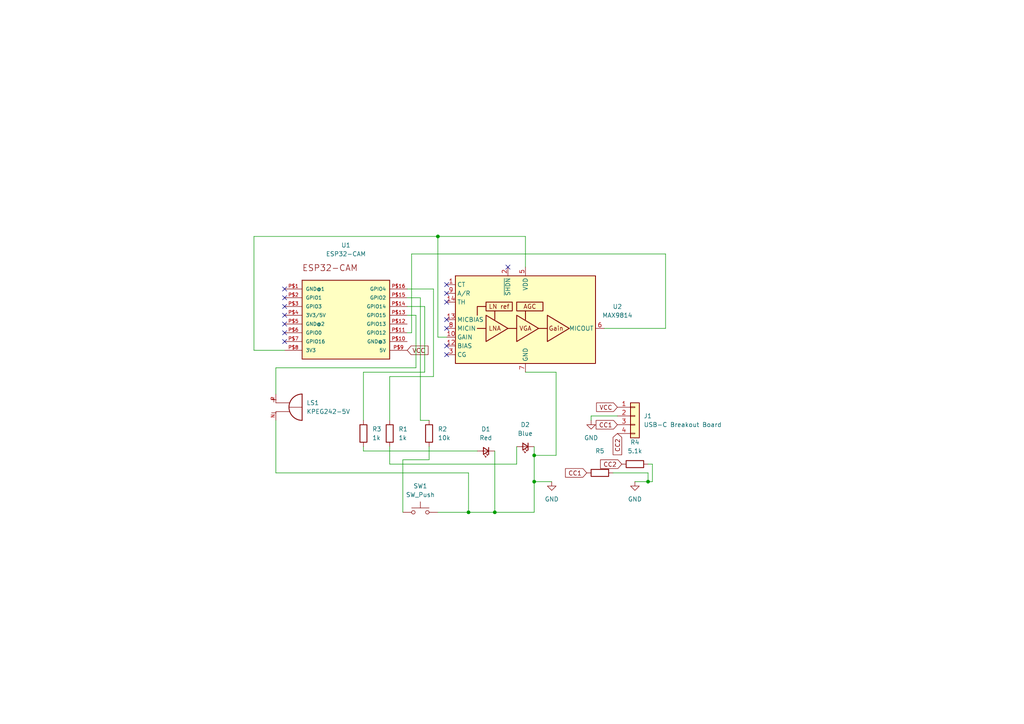
<source format=kicad_sch>
(kicad_sch (version 20231120) (generator "eeschema") (generator_version "8.0")
  (paper "A4")
  (lib_symbols
    (symbol "Amplifier_Audio:MAX9814"
      (property "Reference" "U" (at -20.32 13.97 0))
      (property "Value" "MAX9814" (at 11.43 13.97 0))
      (symbol "MAX9814_0_0"
        (rectangle (start -11.43 5.08) (end -3.81 2.54) (stroke (width 0.254)))
        (rectangle (start -2.54 5.08) (end 5.08 2.54) (stroke (width 0.254)))
        (polyline (pts (xy -11.43 -2.54) (xy -13.97 -2.54)) (stroke (width 0.254)))
        (polyline (pts (xy -8.89 2.54) (xy -8.89 0)) (stroke (width 0.254)))
        (polyline (pts (xy -2.54 -2.54) (xy -5.08 -2.54)) (stroke (width 0.254)))
        (polyline (pts (xy 0 2.54) (xy 0 0)) (stroke (width 0.254)))
        (polyline (pts (xy 3.81 -2.54) (xy 6.35 -2.54)) (stroke (width 0.254)))
        (polyline (pts (xy -11.43 3.81) (xy -13.97 3.81) (xy -13.97 1.27)) (stroke (width 0.254)))
        (polyline (pts (xy -5.08 -2.54) (xy -11.43 1.27) (xy -11.43 -6.35) (xy -5.08 -2.54)) (stroke (width 0.254)))
        (polyline (pts (xy 3.81 -2.54) (xy -2.54 1.27) (xy -2.54 -6.35) (xy 3.81 -2.54)) (stroke (width 0.254)))
        (polyline (pts (xy 12.7 -2.54) (xy 6.35 1.27) (xy 6.35 -6.35) (xy 12.7 -2.54)) (stroke (width 0.254)))
        (text "AGC" (at 1.27 3.81 0) (effects (font (size 1.27 1.27))))
        (text "Gain" (at 8.89 -2.54 0) (effects (font (size 1.27 1.27))))
        (text "LN ref" (at -7.62 3.81 0) (effects (font (size 1.27 1.27))))
        (text "LNA" (at -8.89 -2.54 0) (effects (font (size 1.27 1.27))))
        (text "VGA" (at 0 -2.54 0) (effects (font (size 1.27 1.27))))
      )
      (symbol "MAX9814_0_1"
        (rectangle (start -20.32 12.7) (end 20.32 -12.7) (stroke (width 0.254)) (fill (type background)))
      )
      (symbol "MAX9814_1_1"
        (pin input line (at -22.86 10.16 0) (length 2.54) (name "CT") (number "1"))
        (pin input line (at -22.86 -5.08 0) (length 2.54) (name "GAIN") (number "10"))
        (pin passive line (at 0 -15.24 90) (length 2.54) hide (name "GND") (number "11"))
        (pin passive line (at -22.86 -7.62 0) (length 2.54) (name "BIAS") (number "12"))
        (pin output line (at -22.86 0 0) (length 2.54) (name "MICBIAS") (number "13"))
        (pin input line (at -22.86 5.08 0) (length 2.54) (name "TH") (number "14"))
        (pin passive line (at 0 -15.24 90) (length 2.54) hide (name "GND") (number "15"))
        (pin input line (at -5.08 15.24 270) (length 2.54) (name "~{SHDN}") (number "2"))
        (pin passive line (at -22.86 -10.16 0) (length 2.54) (name "CG") (number "3"))
        (pin passive line (at 0 -15.24 90) (length 2.54) hide (name "GND") (number "4"))
        (pin power_in line (at 0 15.24 270) (length 2.54) (name "VDD") (number "5"))
        (pin output line (at 22.86 -2.54 180) (length 2.54) (name "MICOUT") (number "6"))
        (pin power_in line (at 0 -15.24 90) (length 2.54) (name "GND") (number "7"))
        (pin input line (at -22.86 -2.54 0) (length 2.54) (name "MICIN") (number "8"))
        (pin input line (at -22.86 7.62 0) (length 2.54) (name "A/R") (number "9"))
      )
    )
    (symbol "Connector_Generic:Conn_01x04" (pin_names (offset 1.016) hide)
      (property "Reference" "J" (at 0 5.08 0))
      (property "Value" "Conn_01x04" (at 0 -7.62 0))
      (symbol "Conn_01x04_1_1"
        (rectangle (start -1.27 -4.953) (end 0 -5.207) (stroke (width 0.1524)))
        (rectangle (start -1.27 -2.413) (end 0 -2.667) (stroke (width 0.1524)))
        (rectangle (start -1.27 0.127) (end 0 -0.127) (stroke (width 0.1524)))
        (rectangle (start -1.27 2.667) (end 0 2.413) (stroke (width 0.1524)))
        (rectangle (start -1.27 3.81) (end 1.27 -6.35) (stroke (width 0.254)) (fill (type background)))
        (pin passive line (at -5.08 2.54 0) (length 3.81) (name "Pin_1") (number "1"))
        (pin passive line (at -5.08 0 0) (length 3.81) (name "Pin_2") (number "2"))
        (pin passive line (at -5.08 -2.54 0) (length 3.81) (name "Pin_3") (number "3"))
        (pin passive line (at -5.08 -5.08 0) (length 3.81) (name "Pin_4") (number "4"))
      )
    )
    (symbol "Device:LED_Small" (pin_numbers hide) (pin_names (offset 0.254) hide)
      (property "Reference" "D" (at -1.27 3.175 0))
      (property "Value" "LED_Small" (at -4.445 -2.54 0))
      (symbol "LED_Small_0_1"
        (polyline (pts (xy -0.762 -1.016) (xy -0.762 1.016)) (stroke (width 0.254)))
        (polyline (pts (xy 1.016 0) (xy -0.762 0)))
        (polyline (pts (xy 0.762 -1.016) (xy -0.762 0) (xy 0.762 1.016) (xy 0.762 -1.016)) (stroke (width 0.254)))
        (polyline (pts (xy 0 0.762) (xy -0.508 1.27) (xy -0.254 1.27) (xy -0.508 1.27) (xy -0.508 1.016)))
        (polyline (pts (xy 0.508 1.27) (xy 0 1.778) (xy 0.254 1.778) (xy 0 1.778) (xy 0 1.524)))
      )
      (symbol "LED_Small_1_1"
        (pin passive line (at -2.54 0 0) (length 1.778) (name "K") (number "1"))
        (pin passive line (at 2.54 0 180) (length 1.778) (name "A") (number "2"))
      )
    )
    (symbol "Device:R" (pin_numbers hide) (pin_names (offset 0))
      (property "Reference" "R" (at 2.032 0 90))
      (property "Value" "R" (at 0 0 90))
      (symbol "R_0_1"
        (rectangle (start -1.016 -2.54) (end 1.016 2.54) (stroke (width 0.254)))
      )
      (symbol "R_1_1"
        (pin passive line (at 0 3.81 270) (length 1.27) (name "~") (number "1"))
        (pin passive line (at 0 -3.81 90) (length 1.27) (name "~") (number "2"))
      )
    )
    (symbol "ESP32-CAM:ESP32-CAM" (pin_names (offset 1.016))
      (property "Reference" "U" (at 0 0 0))
      (property "Value" "ESP32-CAM" (at 0 0 0))
      (symbol "ESP32-CAM_0_0"
        (rectangle (start -12.7 -10.16) (end 12.7 12.7) (stroke (width 0.254)) (fill (type background)))
        (text "ESP32-CAM" (at -12.7 15.24 0) (effects (font (size 1.778 1.778)) (justify left bottom)))
        (pin bidirectional line (at -17.78 10.16 0) (length 5.08) (name "GND@1") (number "P$1"))
        (pin bidirectional line (at 17.78 -5.08 180) (length 5.08) (name "GND@3") (number "P$10"))
        (pin bidirectional line (at 17.78 -2.54 180) (length 5.08) (name "GPIO12") (number "P$11"))
        (pin bidirectional line (at 17.78 0 180) (length 5.08) (name "GPIO13") (number "P$12"))
        (pin bidirectional line (at 17.78 2.54 180) (length 5.08) (name "GPIO15") (number "P$13"))
        (pin bidirectional line (at 17.78 5.08 180) (length 5.08) (name "GPIO14") (number "P$14"))
        (pin bidirectional line (at 17.78 7.62 180) (length 5.08) (name "GPIO2") (number "P$15"))
        (pin bidirectional line (at 17.78 10.16 180) (length 5.08) (name "GPIO4") (number "P$16"))
        (pin bidirectional line (at -17.78 7.62 0) (length 5.08) (name "GPIO1") (number "P$2"))
        (pin bidirectional line (at -17.78 5.08 0) (length 5.08) (name "GPIO3") (number "P$3"))
        (pin bidirectional line (at -17.78 2.54 0) (length 5.08) (name "3V3/5V") (number "P$4"))
        (pin bidirectional line (at -17.78 0 0) (length 5.08) (name "GND@2") (number "P$5"))
        (pin bidirectional line (at -17.78 -2.54 0) (length 5.08) (name "GPIO0") (number "P$6"))
        (pin bidirectional line (at -17.78 -5.08 0) (length 5.08) (name "GPIO16") (number "P$7"))
        (pin bidirectional line (at -17.78 -7.62 0) (length 5.08) (name "3V3") (number "P$8"))
        (pin bidirectional line (at 17.78 -7.62 180) (length 5.08) (name "5V") (number "P$9"))
      )
    )
    (symbol "KPEG242-5V:KPEG242-5V" (pin_names (offset 1.016))
      (property "Reference" "LS" (at -2.54 6.35 0))
      (property "Value" "KPEG242-5V" (at -2.54 -5.08 0))
      (symbol "KPEG242-5V_0_0"
        (polyline (pts (xy -2.54 0) (xy 1.397 0)) (stroke (width 0.1524)))
        (polyline (pts (xy -2.54 2.54) (xy 1.397 2.54)) (stroke (width 0.1524)))
        (polyline (pts (xy 1.27 1.27) (xy 5.08 1.27)) (stroke (width 0.1524)))
        (polyline (pts (xy 5.08 1.27) (xy 5.08 -2.54)) (stroke (width 0.254)))
        (polyline (pts (xy 5.08 5.08) (xy 5.08 1.27)) (stroke (width 0.254)))
        (arc (start 5.08 5.08) (mid 1.2866 1.27) (end 5.08 -2.54) (stroke (width 0.254)))
        (text "+" (at -4.318 2.54 0) (effects (font (size 1.778 1.778)) (justify left bottom)))
        (text "-" (at -4.318 -1.27 0) (effects (font (size 1.778 1.778)) (justify left bottom)))
        (pin passive line (at -2.54 -2.54 90) (length 2.54) (name "~") (number "N"))
        (pin passive line (at -2.54 5.08 270) (length 2.54) (name "~") (number "P"))
      )
    )
    (symbol "Switch:SW_Push" (pin_numbers hide) (pin_names (offset 1.016) hide)
      (property "Reference" "SW" (at 1.27 2.54 0))
      (property "Value" "SW_Push" (at 0 -1.524 0))
      (symbol "SW_Push_0_1"
        (circle (center -2.032 0) (radius 0.508))
        (polyline (pts (xy 0 1.27) (xy 0 3.048)))
        (polyline (pts (xy 2.54 1.27) (xy -2.54 1.27)))
        (circle (center 2.032 0) (radius 0.508))
        (pin passive line (at -5.08 0 0) (length 2.54) (name "1") (number "1"))
        (pin passive line (at 5.08 0 180) (length 2.54) (name "2") (number "2"))
      )
    )
    (symbol "power:GND" (power) (pin_numbers hide) (pin_names (offset 0) hide)
      (property "Value" "GND" (at 0 -3.81 0))
      (symbol "GND_0_1"
        (polyline (pts (xy 0 0) (xy 0 -1.27) (xy 1.27 -1.27) (xy 0 -2.54) (xy -1.27 -1.27) (xy 0 -1.27)))
      )
      (symbol "GND_1_1"
        (pin power_in line (at 0 0 270) (length 0) (name "~") (number "1"))
      )
    )
  )
  (junction (at 154.94 132.08))
  (junction (at 154.94 139.7))
  (junction (at 143.51 148.59))
  (junction (at 127 68.58))
  (junction (at 187.96 139.7))
  (junction (at 135.89 148.59))
  (no_connect (at 82.55 91.44))
  (no_connect (at 82.55 96.52))
  (no_connect (at 129.54 87.63))
  (no_connect (at 129.54 85.09))
  (no_connect (at 82.55 86.36))
  (no_connect (at 82.55 83.82))
  (no_connect (at 82.55 93.98))
  (no_connect (at 147.32 77.47))
  (no_connect (at 129.54 102.87))
  (no_connect (at 129.54 92.71))
  (no_connect (at 129.54 95.25))
  (no_connect (at 82.55 88.9))
  (no_connect (at 129.54 100.33))
  (no_connect (at 129.54 82.55))
  (no_connect (at 82.55 99.06))
  (wire (pts (xy 113.03 109.22) (xy 125.73 109.22)))
  (wire (pts (xy 105.41 107.95) (xy 123.19 107.95)))
  (wire (pts (xy 171.45 120.65) (xy 171.45 121.92)))
  (wire (pts (xy 80.01 106.68) (xy 120.65 106.68)))
  (wire (pts (xy 118.11 86.36) (xy 121.92 86.36)))
  (wire (pts (xy 187.96 134.62) (xy 189.23 134.62)))
  (wire (pts (xy 175.26 95.25) (xy 193.04 95.25)))
  (wire (pts (xy 120.65 106.68) (xy 120.65 91.44)))
  (wire (pts (xy 154.94 129.54) (xy 154.94 132.08)))
  (wire (pts (xy 80.01 121.92) (xy 80.01 137.16)))
  (wire (pts (xy 187.96 139.7) (xy 184.15 139.7)))
  (wire (pts (xy 152.4 68.58) (xy 127 68.58)))
  (wire (pts (xy 116.84 148.59) (xy 116.84 133.35)))
  (wire (pts (xy 161.29 107.95) (xy 161.29 132.08)))
  (wire (pts (xy 152.4 107.95) (xy 161.29 107.95)))
  (wire (pts (xy 171.45 120.65) (xy 179.07 120.65)))
  (wire (pts (xy 124.46 133.35) (xy 124.46 129.54)))
  (wire (pts (xy 149.86 134.62) (xy 113.03 134.62)))
  (wire (pts (xy 177.8 137.16) (xy 187.96 137.16)))
  (wire (pts (xy 123.19 88.9) (xy 118.11 88.9)))
  (wire (pts (xy 127 68.58) (xy 127 97.79)))
  (wire (pts (xy 135.89 137.16) (xy 135.89 148.59)))
  (wire (pts (xy 127 148.59) (xy 135.89 148.59)))
  (wire (pts (xy 113.03 134.62) (xy 113.03 129.54)))
  (wire (pts (xy 73.66 101.6) (xy 82.55 101.6)))
  (wire (pts (xy 125.73 109.22) (xy 125.73 83.82)))
  (wire (pts (xy 193.04 73.66) (xy 119.38 73.66)))
  (wire (pts (xy 113.03 121.92) (xy 113.03 109.22)))
  (wire (pts (xy 152.4 77.47) (xy 152.4 68.58)))
  (wire (pts (xy 121.92 121.92) (xy 121.92 86.36)))
  (wire (pts (xy 123.19 107.95) (xy 123.19 88.9)))
  (wire (pts (xy 125.73 83.82) (xy 118.11 83.82)))
  (wire (pts (xy 189.23 134.62) (xy 189.23 139.7)))
  (wire (pts (xy 154.94 148.59) (xy 154.94 139.7)))
  (wire (pts (xy 138.43 130.81) (xy 105.41 130.81)))
  (wire (pts (xy 129.54 97.79) (xy 127 97.79)))
  (wire (pts (xy 149.86 129.54) (xy 149.86 134.62)))
  (wire (pts (xy 80.01 137.16) (xy 135.89 137.16)))
  (wire (pts (xy 124.46 121.92) (xy 121.92 121.92)))
  (wire (pts (xy 154.94 132.08) (xy 154.94 139.7)))
  (wire (pts (xy 73.66 68.58) (xy 73.66 101.6)))
  (wire (pts (xy 119.38 96.52) (xy 118.11 96.52)))
  (wire (pts (xy 154.94 139.7) (xy 160.02 139.7)))
  (wire (pts (xy 187.96 137.16) (xy 187.96 139.7)))
  (wire (pts (xy 193.04 95.25) (xy 193.04 73.66)))
  (wire (pts (xy 105.41 130.81) (xy 105.41 129.54)))
  (wire (pts (xy 105.41 121.92) (xy 105.41 107.95)))
  (wire (pts (xy 189.23 139.7) (xy 187.96 139.7)))
  (wire (pts (xy 143.51 148.59) (xy 154.94 148.59)))
  (wire (pts (xy 119.38 73.66) (xy 119.38 96.52)))
  (wire (pts (xy 143.51 130.81) (xy 143.51 148.59)))
  (wire (pts (xy 135.89 148.59) (xy 143.51 148.59)))
  (wire (pts (xy 120.65 91.44) (xy 118.11 91.44)))
  (wire (pts (xy 80.01 114.3) (xy 80.01 106.68)))
  (wire (pts (xy 161.29 132.08) (xy 154.94 132.08)))
  (wire (pts (xy 127 68.58) (xy 73.66 68.58)))
  (wire (pts (xy 116.84 133.35) (xy 124.46 133.35)))
  (global_label "VCC" (shape input) (at 118.11 101.6 0) (property "Intersheetrefs" "${INTERSHEET_REFS}" (effects (hide yes))))
  (global_label "CC1" (shape input) (at 170.18 137.16 180) (property "Intersheetrefs" "${INTERSHEET_REFS}" (effects (hide yes))))
  (global_label "VCC" (shape input) (at 179.07 118.11 180) (property "Intersheetrefs" "${INTERSHEET_REFS}" (effects (hide yes))))
  (global_label "CC2" (shape input) (at 179.07 125.73 270) (property "Intersheetrefs" "${INTERSHEET_REFS}" (effects (hide yes))))
  (global_label "CC1" (shape input) (at 179.07 123.19 180) (property "Intersheetrefs" "${INTERSHEET_REFS}" (effects (hide yes))))
  (global_label "CC2" (shape input) (at 180.34 134.62 180) (property "Intersheetrefs" "${INTERSHEET_REFS}" (effects (hide yes))))
  (symbol (lib_id "power:GND") (at 184.15 139.7 0) (unit 1)
    (property "Reference" "#PWR03" (effects (hide yes)))
    (property "Value" "GND" (at 184.15 144.78 0))
    (property "Description" "Power symbol creates a global label with name \"GND\" , ground" (effects (hide yes)))
  )
  (symbol (lib_id "Device:R") (at 124.46 125.73 0) (unit 1)
    (property "Reference" "R2" (at 127 124.4599 0) (effects (justify left)))
    (property "Value" "10k" (at 127 126.9999 0) (effects (justify left)))
    (property "Footprint" "Resistor_THT:R_Axial_DIN0207_L6.3mm_D2.5mm_P7.62mm_Horizontal" (effects (hide yes)))
    (property "Description" "Resistor" (effects (hide yes)))
  )
  (symbol (lib_id "Switch:SW_Push") (at 121.92 148.59 0) (unit 1)
    (property "Reference" "SW1" (at 121.92 140.97 0))
    (property "Value" "SW_Push" (at 121.92 143.51 0))
    (property "Footprint" "Button_Switch_THT:SW_PUSH_6mm_H13mm" (effects (hide yes)))
    (property "Description" "Push button switch, generic, two pins" (effects (hide yes)))
  )
  (symbol (lib_id "Device:R") (at 113.03 125.73 0) (unit 1)
    (property "Reference" "R1" (at 115.57 124.4599 0) (effects (justify left)))
    (property "Value" "1k" (at 115.57 126.9999 0) (effects (justify left)))
    (property "Footprint" "Resistor_THT:R_Axial_DIN0207_L6.3mm_D2.5mm_P7.62mm_Horizontal" (effects (hide yes)))
    (property "Description" "Resistor" (effects (hide yes)))
  )
  (symbol (lib_id "Device:R") (at 173.99 137.16 90) (unit 1)
    (property "Reference" "R5" (at 173.99 130.81 90))
    (property "Value" "5.1k" (effects (hide yes)))
    (property "Footprint" "Resistor_THT:R_Axial_DIN0207_L6.3mm_D2.5mm_P7.62mm_Horizontal" (effects (hide yes)))
    (property "Description" "Resistor" (effects (hide yes)))
  )
  (symbol (lib_id "power:GND") (at 160.02 139.7 0) (unit 1)
    (property "Reference" "#PWR01" (effects (hide yes)))
    (property "Value" "GND" (at 160.02 144.78 0))
    (property "Description" "Power symbol creates a global label with name \"GND\" , ground" (effects (hide yes)))
  )
  (symbol (lib_id "Device:LED_Small") (at 152.4 129.54 180) (unit 1)
    (property "Reference" "D2" (at 152.3365 123.19 0))
    (property "Value" "Blue" (at 152.3365 125.73 0))
    (property "Footprint" "LED_THT:LED_D5.0mm" (effects (hide yes)))
    (property "Description" "Light emitting diode, small symbol" (effects (hide yes)))
  )
  (symbol (lib_id "Amplifier_Audio:MAX9814") (at 152.4 92.71 0) (unit 1)
    (property "Reference" "U2" (at 179.07 88.9314 0))
    (property "Value" "MAX9814" (at 179.07 91.4714 0))
    (property "Footprint" "MAX9814ETD_T:SON40P300X300X80-15N" (effects (hide yes)))
    (property "Datasheet" "https://datasheets.maximintegrated.com/en/ds/MAX9814.pdf" (effects (hide yes)))
    (property "Description" "Microphone Amplifier with AGC and Low-Noise Microphone Bias, TDFN-14" (effects (hide yes)))
  )
  (symbol (lib_id "power:GND") (at 171.45 121.92 0) (unit 1)
    (property "Reference" "#PWR02" (effects (hide yes)))
    (property "Value" "GND" (at 171.45 127 0))
    (property "Description" "Power symbol creates a global label with name \"GND\" , ground" (effects (hide yes)))
  )
  (symbol (lib_id "KPEG242-5V:KPEG242-5V") (at 82.55 119.38 0) (unit 1)
    (property "Reference" "LS1" (at 88.9 116.8399 0) (effects (justify left)))
    (property "Value" "KPEG242-5V" (at 88.9 119.3799 0) (effects (justify left)))
    (property "Footprint" "XDCR_KPEG242-5V:XDCR_KPEG242-5V" (effects (hide yes)))
    (property "MF" "Kingstate" (effects (hide yes)))
    (property "MAXIMUM_PACKAGE_HEIGHT" "7.3 mm" (effects (hide yes)))
    (property "Package" "None" (effects (hide yes)))
    (property "Price" "None" (effects (hide yes)))
    (property "Check_prices" "https://www.snapeda.com/parts/KPEG242-5V/Kingstate/view-part/?ref=eda" (effects (hide yes)))
    (property "STANDARD" "IPC-7351B" (effects (hide yes)))
    (property "PARTREV" "1.1" (effects (hide yes)))
    (property "SnapEDA_Link" "https://www.snapeda.com/parts/KPEG242-5V/Kingstate/view-part/?ref=snap" (effects (hide yes)))
    (property "MP" "KPEG242-5V" (effects (hide yes)))
    (property "Description_1" "\n                        \n                            Piezo Indicator (Active Buzzer), 3.8K~4.8KHz, 83 dB (SPL), 13.9 dia.(Ø)/L,  Width, 7.5 Height, Pin Type\n                        \n" (effects (hide yes)))
    (property "Availability" "In Stock" (effects (hide yes)))
    (property "MANUFACTURER" "Kingstate" (effects (hide yes)))
  )
  (symbol (lib_id "ESP32-CAM:ESP32-CAM") (at 100.33 93.98 0) (unit 1)
    (property "Reference" "U1" (at 100.33 71.12 0))
    (property "Value" "ESP32-CAM" (at 100.33 73.66 0))
    (property "Footprint" "ESP32-CAM:ESP32-CAM" (effects (hide yes)))
    (property "MF" "AI-Thinker" (effects (hide yes)))
    (property "Description_1" "\n                        \n                            ESP32 ESP32 Transceiver; 802.11 a/b/g/n (Wi-Fi, WiFi, WLAN), Bluetooth® Smart 4.x Low Energy (BLE) Evaluation Board\n                        \n" (effects (hide yes)))
    (property "Package" "None" (effects (hide yes)))
    (property "Price" "None" (effects (hide yes)))
    (property "SnapEDA_Link" "https://www.snapeda.com/parts/ESP32-CAM/AI-Thinker/view-part/?ref=snap" (effects (hide yes)))
    (property "MP" "ESP32-CAM" (effects (hide yes)))
    (property "Availability" "Not in stock" (effects (hide yes)))
    (property "Check_prices" "https://www.snapeda.com/parts/ESP32-CAM/AI-Thinker/view-part/?ref=eda" (effects (hide yes)))
  )
  (symbol (lib_id "Connector_Generic:Conn_01x04") (at 184.15 120.65 0) (unit 1)
    (property "Reference" "J1" (at 186.69 120.6499 0) (effects (justify left)))
    (property "Value" "USB-C Breakout Board" (at 186.69 123.1899 0) (effects (justify left)))
    (property "Footprint" "Connector:FanPinHeader_1x04_P2.54mm_Vertical" (effects (hide yes)))
    (property "Description" "Generic connector, single row, 01x04, script generated (kicad-library-utils/schlib/autogen/connector/)" (effects (hide yes)))
  )
  (symbol (lib_id "Device:R") (at 184.15 134.62 90) (unit 1)
    (property "Reference" "R4" (at 184.15 128.27 90))
    (property "Value" "5.1k" (at 184.15 130.81 90))
    (property "Footprint" "Resistor_THT:R_Axial_DIN0207_L6.3mm_D2.5mm_P7.62mm_Horizontal" (effects (hide yes)))
    (property "Description" "Resistor" (effects (hide yes)))
  )
  (symbol (lib_id "Device:R") (at 105.41 125.73 0) (unit 1)
    (property "Reference" "R3" (at 107.95 124.4599 0) (effects (justify left)))
    (property "Value" "1k" (at 107.95 126.9999 0) (effects (justify left)))
    (property "Footprint" "Resistor_THT:R_Axial_DIN0207_L6.3mm_D2.5mm_P7.62mm_Horizontal" (effects (hide yes)))
    (property "Description" "Resistor" (effects (hide yes)))
  )
  (symbol (lib_id "Device:LED_Small") (at 140.97 130.81 180) (unit 1)
    (property "Reference" "D1" (at 140.9065 124.46 0))
    (property "Value" "Red" (at 140.9065 127 0))
    (property "Footprint" "LED_THT:LED_D5.0mm" (effects (hide yes)))
    (property "Description" "Light emitting diode, small symbol" (effects (hide yes)))
  )
)
</source>
